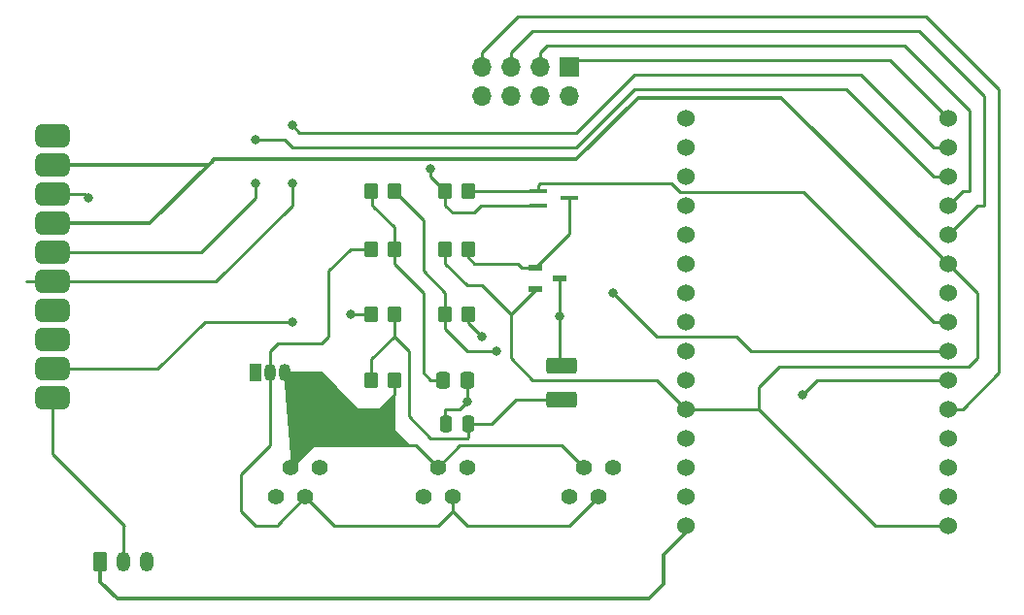
<source format=gbr>
%TF.GenerationSoftware,KiCad,Pcbnew,(6.0.4-0)*%
%TF.CreationDate,2023-05-22T14:10:50+02:00*%
%TF.ProjectId,NodeMCU-Metriful,4e6f6465-4d43-4552-9d4d-657472696675,rev?*%
%TF.SameCoordinates,Original*%
%TF.FileFunction,Copper,L1,Top*%
%TF.FilePolarity,Positive*%
%FSLAX46Y46*%
G04 Gerber Fmt 4.6, Leading zero omitted, Abs format (unit mm)*
G04 Created by KiCad (PCBNEW (6.0.4-0)) date 2023-05-22 14:10:50*
%MOMM*%
%LPD*%
G01*
G04 APERTURE LIST*
G04 Aperture macros list*
%AMRoundRect*
0 Rectangle with rounded corners*
0 $1 Rounding radius*
0 $2 $3 $4 $5 $6 $7 $8 $9 X,Y pos of 4 corners*
0 Add a 4 corners polygon primitive as box body*
4,1,4,$2,$3,$4,$5,$6,$7,$8,$9,$2,$3,0*
0 Add four circle primitives for the rounded corners*
1,1,$1+$1,$2,$3*
1,1,$1+$1,$4,$5*
1,1,$1+$1,$6,$7*
1,1,$1+$1,$8,$9*
0 Add four rect primitives between the rounded corners*
20,1,$1+$1,$2,$3,$4,$5,0*
20,1,$1+$1,$4,$5,$6,$7,0*
20,1,$1+$1,$6,$7,$8,$9,0*
20,1,$1+$1,$8,$9,$2,$3,0*%
G04 Aperture macros list end*
%TA.AperFunction,NonConductor*%
%ADD10C,0.200000*%
%TD*%
%TA.AperFunction,SMDPad,CuDef*%
%ADD11RoundRect,0.250000X-0.350000X-0.450000X0.350000X-0.450000X0.350000X0.450000X-0.350000X0.450000X0*%
%TD*%
%TA.AperFunction,ComponentPad*%
%ADD12C,1.397000*%
%TD*%
%TA.AperFunction,SMDPad,CuDef*%
%ADD13R,1.500000X0.450000*%
%TD*%
%TA.AperFunction,SMDPad,CuDef*%
%ADD14R,1.300000X0.600000*%
%TD*%
%TA.AperFunction,ComponentPad*%
%ADD15RoundRect,0.250000X-0.350000X-0.625000X0.350000X-0.625000X0.350000X0.625000X-0.350000X0.625000X0*%
%TD*%
%TA.AperFunction,ComponentPad*%
%ADD16O,1.200000X1.750000*%
%TD*%
%TA.AperFunction,SMDPad,CuDef*%
%ADD17RoundRect,0.250001X1.074999X-0.462499X1.074999X0.462499X-1.074999X0.462499X-1.074999X-0.462499X0*%
%TD*%
%TA.AperFunction,SMDPad,CuDef*%
%ADD18RoundRect,0.250000X-0.337500X-0.475000X0.337500X-0.475000X0.337500X0.475000X-0.337500X0.475000X0*%
%TD*%
%TA.AperFunction,ComponentPad*%
%ADD19C,1.524000*%
%TD*%
%TA.AperFunction,ComponentPad*%
%ADD20R,1.700000X1.700000*%
%TD*%
%TA.AperFunction,ComponentPad*%
%ADD21O,1.700000X1.700000*%
%TD*%
%TA.AperFunction,SMDPad,CuDef*%
%ADD22RoundRect,0.250000X0.350000X0.450000X-0.350000X0.450000X-0.350000X-0.450000X0.350000X-0.450000X0*%
%TD*%
%TA.AperFunction,ComponentPad*%
%ADD23R,1.050000X1.500000*%
%TD*%
%TA.AperFunction,ComponentPad*%
%ADD24O,1.050000X1.500000*%
%TD*%
%TA.AperFunction,SMDPad,CuDef*%
%ADD25RoundRect,0.250000X0.250000X0.475000X-0.250000X0.475000X-0.250000X-0.475000X0.250000X-0.475000X0*%
%TD*%
%TA.AperFunction,SMDPad,CuDef*%
%ADD26RoundRect,0.500000X-1.000000X0.500000X-1.000000X-0.500000X1.000000X-0.500000X1.000000X0.500000X0*%
%TD*%
%TA.AperFunction,ViaPad*%
%ADD27C,0.800000*%
%TD*%
%TA.AperFunction,Conductor*%
%ADD28C,0.250000*%
%TD*%
%TA.AperFunction,Conductor*%
%ADD29C,0.350000*%
%TD*%
G04 APERTURE END LIST*
D10*
G36*
X110490000Y-98425000D02*
G01*
X115570000Y-98425000D01*
X116840000Y-97155000D01*
X116840000Y-100330000D01*
X118110000Y-101600000D01*
X109855000Y-101600000D01*
X107950000Y-103505000D01*
X107315000Y-95250000D01*
X110490000Y-98425000D01*
G37*
X110490000Y-98425000D02*
X115570000Y-98425000D01*
X116840000Y-97155000D01*
X116840000Y-100330000D01*
X118110000Y-101600000D01*
X109855000Y-101600000D01*
X107950000Y-103505000D01*
X107315000Y-95250000D01*
X110490000Y-98425000D01*
G36*
X113665000Y-98425000D02*
G01*
X110490000Y-98425000D01*
X107315000Y-95250000D01*
X110490000Y-95250000D01*
X113665000Y-98425000D01*
G37*
X113665000Y-98425000D02*
X110490000Y-98425000D01*
X107315000Y-95250000D01*
X110490000Y-95250000D01*
X113665000Y-98425000D01*
D11*
%TO.P,R6,1*%
%TO.N,GND*%
X114840000Y-90170000D03*
%TO.P,R6,2*%
%TO.N,Net-(C2-Pad1)*%
X116840000Y-90170000D03*
%TD*%
%TO.P,R3,1*%
%TO.N,Net-(R3-Pad1)*%
X121285000Y-90170000D03*
%TO.P,R3,2*%
%TO.N,Net-(F1-Pad2)*%
X123285000Y-90170000D03*
%TD*%
D12*
%TO.P,CN3,1,1*%
%TO.N,GND*%
X132080000Y-106046000D03*
%TO.P,CN3,2,2*%
%TO.N,Net-(CN1-Pad2)*%
X133350000Y-103506000D03*
%TO.P,CN3,3,3*%
%TO.N,Net-(CN1-Pad3)*%
X134620000Y-106046000D03*
%TO.P,CN3,4,4*%
%TO.N,unconnected-(CN3-Pad4)*%
X135890000Y-103506000D03*
%TD*%
D13*
%TO.P,Q1,1,G*%
%TO.N,T_enable*%
X129420000Y-79360000D03*
%TO.P,Q1,2,S*%
%TO.N,GND*%
X129420000Y-80660000D03*
%TO.P,Q1,3,D*%
%TO.N,Net-(Q1-Pad3)*%
X132080000Y-80010000D03*
%TD*%
D14*
%TO.P,Q2,1,G*%
%TO.N,Net-(Q1-Pad3)*%
X129185000Y-86045000D03*
%TO.P,Q2,2,S*%
%TO.N,+3V3*%
X129185000Y-87945000D03*
%TO.P,Q2,3,D*%
%TO.N,Net-(F1-Pad2)*%
X131285000Y-86995000D03*
%TD*%
D11*
%TO.P,R1,1*%
%TO.N,GND*%
X121285000Y-79375000D03*
%TO.P,R1,2*%
%TO.N,T_enable*%
X123285000Y-79375000D03*
%TD*%
D15*
%TO.P,J4,1,Pin_1*%
%TO.N,VDD*%
X91250000Y-111760000D03*
D16*
%TO.P,J4,2,Pin_2*%
%TO.N,Net-(J4-Pad2)*%
X93250000Y-111760000D03*
%TO.P,J4,3,Pin_3*%
%TO.N,GND*%
X95250000Y-111760000D03*
%TD*%
D17*
%TO.P,F1,1*%
%TO.N,Net-(C2-Pad1)*%
X131445000Y-97590000D03*
%TO.P,F1,2*%
%TO.N,Net-(F1-Pad2)*%
X131445000Y-94615000D03*
%TD*%
D18*
%TO.P,C1,1*%
%TO.N,Net-(C1-Pad1)*%
X121115000Y-95885000D03*
%TO.P,C1,2*%
%TO.N,GND*%
X123190000Y-95885000D03*
%TD*%
D12*
%TO.P,CN1,1,1*%
%TO.N,GND*%
X106580000Y-106046000D03*
%TO.P,CN1,2,2*%
%TO.N,Net-(CN1-Pad2)*%
X107850000Y-103506000D03*
%TO.P,CN1,3,3*%
%TO.N,Net-(CN1-Pad3)*%
X109120000Y-106046000D03*
%TO.P,CN1,4,4*%
%TO.N,unconnected-(CN1-Pad4)*%
X110390000Y-103506000D03*
%TD*%
D19*
%TO.P,U1,1,A0(ADC0)*%
%TO.N,unconnected-(U1-Pad1)*%
X142240000Y-73025000D03*
%TO.P,U1,2,RSV*%
%TO.N,unconnected-(U1-Pad2)*%
X142240000Y-75565000D03*
%TO.P,U1,3,RSV*%
%TO.N,unconnected-(U1-Pad3)*%
X142240000Y-78105000D03*
%TO.P,U1,4,SD3(GPIO10)*%
%TO.N,unconnected-(U1-Pad4)*%
X142240000Y-80645000D03*
%TO.P,U1,5,SD2(GPIO9)*%
%TO.N,unconnected-(U1-Pad5)*%
X142240000Y-83185000D03*
%TO.P,U1,6,SD1(MOSI)*%
%TO.N,unconnected-(U1-Pad6)*%
X142240000Y-85725000D03*
%TO.P,U1,7,CMD(CS)*%
%TO.N,unconnected-(U1-Pad7)*%
X142240000Y-88265000D03*
%TO.P,U1,8,SDO(MISO)*%
%TO.N,unconnected-(U1-Pad8)*%
X142240000Y-90805000D03*
%TO.P,U1,9,CLK(SCLK)*%
%TO.N,unconnected-(U1-Pad9)*%
X142240000Y-93345000D03*
%TO.P,U1,10,GND*%
%TO.N,GND*%
X142240000Y-95885000D03*
%TO.P,U1,11,3.3V*%
%TO.N,+3V3*%
X142240000Y-98425000D03*
%TO.P,U1,12,EN*%
%TO.N,unconnected-(U1-Pad12)*%
X142240000Y-100965000D03*
%TO.P,U1,13,RST*%
%TO.N,unconnected-(U1-Pad13)*%
X142240000Y-103505000D03*
%TO.P,U1,14,GND*%
%TO.N,GND*%
X142240000Y-106045000D03*
%TO.P,U1,15,VIN*%
%TO.N,VDD*%
X142240000Y-108585000D03*
%TO.P,U1,16,3.3V*%
%TO.N,+3V3*%
X165100000Y-108585000D03*
%TO.P,U1,17,GND*%
%TO.N,GND*%
X165100000Y-106045000D03*
%TO.P,U1,18,TX(GPIO1)*%
%TO.N,unconnected-(U1-Pad18)*%
X165100000Y-103505000D03*
%TO.P,U1,19,RX(DPIO3)*%
%TO.N,unconnected-(U1-Pad19)*%
X165100000Y-100965000D03*
%TO.P,U1,20,D8(GPIO15)*%
%TO.N,Net-(J1-Pad7)*%
X165100000Y-98425000D03*
%TO.P,U1,21,D7(GPIO13)*%
%TO.N,Net-(R3-Pad1)*%
X165100000Y-95885000D03*
%TO.P,U1,22,D6(GPIO12)*%
%TO.N,Net-(U1-Pad22)*%
X165100000Y-93345000D03*
%TO.P,U1,23,D5(GPIO14)*%
%TO.N,T_enable*%
X165100000Y-90805000D03*
%TO.P,U1,24,GND*%
%TO.N,GND*%
X165100000Y-88265000D03*
%TO.P,U1,25,3.3V*%
%TO.N,+3V3*%
X165100000Y-85725000D03*
%TO.P,U1,26,D4(GPIO2)*%
%TO.N,Net-(J1-Pad5)*%
X165100000Y-83185000D03*
%TO.P,U1,27,D3(GPIO0)*%
%TO.N,Net-(J1-Pad3)*%
X165100000Y-80645000D03*
%TO.P,U1,28,D2(GPIO4)*%
%TO.N,Net-(U1-Pad28)*%
X165100000Y-78105000D03*
%TO.P,U1,29,D1(GPIO5)*%
%TO.N,Net-(U1-Pad29)*%
X165100000Y-75565000D03*
%TO.P,U1,30,D0(GPIO16)*%
%TO.N,Net-(J1-Pad1)*%
X165100000Y-73025000D03*
%TD*%
D20*
%TO.P,J1,1,Pin_1*%
%TO.N,Net-(J1-Pad1)*%
X132080000Y-68580000D03*
D21*
%TO.P,J1,2,Pin_2*%
%TO.N,GND*%
X132080000Y-71120000D03*
%TO.P,J1,3,Pin_3*%
%TO.N,Net-(J1-Pad3)*%
X129540000Y-68580000D03*
%TO.P,J1,4,Pin_4*%
%TO.N,GND*%
X129540000Y-71120000D03*
%TO.P,J1,5,Pin_5*%
%TO.N,Net-(J1-Pad5)*%
X127000000Y-68580000D03*
%TO.P,J1,6,Pin_6*%
%TO.N,GND*%
X127000000Y-71120000D03*
%TO.P,J1,7,Pin_7*%
%TO.N,Net-(J1-Pad7)*%
X124460000Y-68580000D03*
%TO.P,J1,8,Pin_8*%
%TO.N,GND*%
X124460000Y-71120000D03*
%TD*%
D22*
%TO.P,R5,1*%
%TO.N,Net-(C1-Pad1)*%
X116840000Y-84455000D03*
%TO.P,R5,2*%
%TO.N,Net-(CN1-Pad3)*%
X114840000Y-84455000D03*
%TD*%
D23*
%TO.P,U3,1,GND*%
%TO.N,GND*%
X104775000Y-95250000D03*
D24*
%TO.P,U3,2,DQ*%
%TO.N,Net-(CN1-Pad3)*%
X106045000Y-95250000D03*
%TO.P,U3,3,VDD*%
%TO.N,Net-(CN1-Pad2)*%
X107315000Y-95250000D03*
%TD*%
D12*
%TO.P,CN2,1,1*%
%TO.N,GND*%
X119380000Y-106045000D03*
%TO.P,CN2,2,2*%
%TO.N,Net-(CN1-Pad2)*%
X120650000Y-103505000D03*
%TO.P,CN2,3,3*%
%TO.N,Net-(CN1-Pad3)*%
X121920000Y-106045000D03*
%TO.P,CN2,4,4*%
%TO.N,unconnected-(CN2-Pad4)*%
X123190000Y-103505000D03*
%TD*%
D22*
%TO.P,R4,1*%
%TO.N,Net-(R3-Pad1)*%
X116840000Y-79375000D03*
%TO.P,R4,2*%
%TO.N,Net-(C1-Pad1)*%
X114840000Y-79375000D03*
%TD*%
D25*
%TO.P,C2,1*%
%TO.N,Net-(C2-Pad1)*%
X123286250Y-99695000D03*
%TO.P,C2,2*%
%TO.N,GND*%
X121386250Y-99695000D03*
%TD*%
D22*
%TO.P,R2,1*%
%TO.N,Net-(Q1-Pad3)*%
X123285000Y-84455000D03*
%TO.P,R2,2*%
%TO.N,+3V3*%
X121285000Y-84455000D03*
%TD*%
D11*
%TO.P,R7,1*%
%TO.N,Net-(C2-Pad1)*%
X114840000Y-95885000D03*
%TO.P,R7,2*%
%TO.N,Net-(CN1-Pad2)*%
X116840000Y-95885000D03*
%TD*%
D26*
%TO.P,U2,1,PRT*%
%TO.N,Net-(J4-Pad2)*%
X87096787Y-97455437D03*
%TO.P,U2,2,RDY*%
%TO.N,Net-(U1-Pad22)*%
X87096787Y-94915437D03*
%TO.P,U2,3,SIT*%
%TO.N,unconnected-(U2-Pad3)*%
X87096787Y-92375437D03*
%TO.P,U2,4,LIT*%
%TO.N,unconnected-(U2-Pad4)*%
X87096787Y-89835437D03*
%TO.P,U2,5,SDA*%
%TO.N,Net-(U1-Pad29)*%
X87096787Y-87295437D03*
%TO.P,U2,6,SCL*%
%TO.N,Net-(U1-Pad28)*%
X87096787Y-84755437D03*
%TO.P,U2,7,VPU*%
%TO.N,+3V3*%
X87096787Y-82215437D03*
%TO.P,U2,8,GND*%
%TO.N,GND*%
X87096787Y-79675437D03*
%TO.P,U2,9,VDD*%
%TO.N,+3V3*%
X87096787Y-77135437D03*
%TO.P,U2,10,VIN*%
%TO.N,unconnected-(U2-Pad10)*%
X87096787Y-74595437D03*
%TD*%
D27*
%TO.N,GND*%
X90170000Y-80010000D03*
X120015000Y-77470000D03*
X113030000Y-90170000D03*
X123190000Y-97790000D03*
%TO.N,Net-(F1-Pad2)*%
X124460000Y-92075000D03*
X131285000Y-90330000D03*
%TO.N,Net-(U1-Pad22)*%
X107950000Y-90805000D03*
X135890000Y-88265000D03*
%TO.N,Net-(R3-Pad1)*%
X125730000Y-93345000D03*
X152400000Y-97155000D03*
%TO.N,Net-(U1-Pad28)*%
X104775000Y-78740000D03*
X104775000Y-74930000D03*
%TO.N,Net-(U1-Pad29)*%
X107950000Y-73660000D03*
X107950000Y-78740000D03*
%TD*%
D28*
%TO.N,Net-(C1-Pad1)*%
X116840000Y-84455000D02*
X116840000Y-85725000D01*
X119380000Y-88265000D02*
X119380000Y-95250000D01*
X120015000Y-95885000D02*
X119380000Y-95250000D01*
X116840000Y-82550000D02*
X116840000Y-84455000D01*
X121115000Y-95885000D02*
X120015000Y-95885000D01*
X114840000Y-79375000D02*
X114935000Y-79375000D01*
X121122500Y-95877500D02*
X121115000Y-95885000D01*
X114935000Y-79375000D02*
X114935000Y-80645000D01*
X115030000Y-80740000D02*
X116840000Y-82550000D01*
X116840000Y-85725000D02*
X119380000Y-88265000D01*
%TO.N,GND*%
X120015000Y-78105000D02*
X121285000Y-79375000D01*
X121285000Y-79375000D02*
X121285000Y-80645000D01*
X124445000Y-80660000D02*
X129420000Y-80660000D01*
X120015000Y-77470000D02*
X120015000Y-78105000D01*
X113030000Y-90170000D02*
X114840000Y-90170000D01*
X122555000Y-98425000D02*
X121285000Y-98425000D01*
X123825000Y-81280000D02*
X124445000Y-80660000D01*
X121386250Y-99695000D02*
X121285000Y-99695000D01*
X121285000Y-98425000D02*
X121285000Y-99593750D01*
X121386250Y-99695000D02*
X121281250Y-99695000D01*
X90170000Y-80010000D02*
X89835437Y-79675437D01*
X121285000Y-80645000D02*
X121920000Y-81280000D01*
X121920000Y-81280000D02*
X123825000Y-81280000D01*
X89835437Y-79675437D02*
X87096787Y-79675437D01*
X121285000Y-99593750D02*
X121386250Y-99695000D01*
X123190000Y-97790000D02*
X122555000Y-98425000D01*
X123190000Y-95885000D02*
X123190000Y-97790000D01*
%TO.N,Net-(C2-Pad1)*%
X116840000Y-90170000D02*
X117110000Y-90170000D01*
X127435000Y-97590000D02*
X131445000Y-97590000D01*
X123186250Y-100965000D02*
X120011250Y-100965000D01*
X114840000Y-94075000D02*
X114840000Y-95885000D01*
X123286250Y-99695000D02*
X123286250Y-100865000D01*
X116840000Y-92075000D02*
X114840000Y-94075000D01*
X116840000Y-90170000D02*
X116840000Y-92075000D01*
X118110000Y-93345000D02*
X118110000Y-99060000D01*
X116840000Y-92075000D02*
X118110000Y-93345000D01*
X118110000Y-99060000D02*
X120015000Y-100965000D01*
X123286250Y-99695000D02*
X125330000Y-99695000D01*
X125330000Y-99695000D02*
X127435000Y-97590000D01*
X123286250Y-100865000D02*
X123186250Y-100965000D01*
%TO.N,Net-(CN1-Pad2)*%
X115570000Y-98425000D02*
X116840000Y-97155000D01*
X107850000Y-103506000D02*
X109756000Y-101600000D01*
X120650000Y-103506000D02*
X122556000Y-101600000D01*
X118744000Y-101599000D02*
X120650000Y-103505000D01*
X107315000Y-95250000D02*
X110490000Y-98425000D01*
X110490000Y-98425000D02*
X115570000Y-98425000D01*
X109756000Y-99159000D02*
X109756000Y-101600000D01*
X110490000Y-98425000D02*
X109756000Y-99159000D01*
X116840000Y-97155000D02*
X116840000Y-95885000D01*
X131444000Y-101600000D02*
X133350000Y-103506000D01*
X122556000Y-101600000D02*
X131444000Y-101600000D01*
X118744000Y-101600000D02*
X120650000Y-103506000D01*
X109756000Y-101600000D02*
X118744000Y-101600000D01*
%TO.N,Net-(F1-Pad2)*%
X123285000Y-90170000D02*
X123285000Y-90900000D01*
X131285000Y-90330000D02*
X131285000Y-86995000D01*
X131285000Y-94455000D02*
X131285000Y-90330000D01*
X123285000Y-90900000D02*
X124460000Y-92075000D01*
X131445000Y-94615000D02*
X131285000Y-94455000D01*
%TO.N,Net-(J1-Pad1)*%
X132080000Y-68580000D02*
X132715000Y-67945000D01*
X132715000Y-67945000D02*
X160020000Y-67945000D01*
X160020000Y-67945000D02*
X165100000Y-73025000D01*
%TO.N,Net-(J1-Pad3)*%
X130175000Y-66675000D02*
X161290000Y-66675000D01*
X129540000Y-67310000D02*
X130175000Y-66675000D01*
X167005000Y-72390000D02*
X167005000Y-79375000D01*
X161290000Y-66675000D02*
X167005000Y-72390000D01*
X166370000Y-79375000D02*
X165100000Y-80645000D01*
X167005000Y-79375000D02*
X166370000Y-79375000D01*
X129540000Y-68580000D02*
X129540000Y-67310000D01*
%TO.N,Net-(J1-Pad5)*%
X128905000Y-65405000D02*
X162560000Y-65405000D01*
X127000000Y-67310000D02*
X128905000Y-65405000D01*
X162560000Y-65405000D02*
X168275000Y-71120000D01*
X168275000Y-71120000D02*
X168275000Y-80645000D01*
X167640000Y-80645000D02*
X165100000Y-83185000D01*
X168275000Y-80645000D02*
X167640000Y-80645000D01*
X127000000Y-68580000D02*
X127000000Y-67310000D01*
%TO.N,Net-(J1-Pad7)*%
X166370000Y-98425000D02*
X165100000Y-98425000D01*
X124460000Y-68580000D02*
X124460000Y-67310000D01*
X169545000Y-70485000D02*
X169545000Y-95250000D01*
X127635000Y-64135000D02*
X163195000Y-64135000D01*
X163195000Y-64135000D02*
X169545000Y-70485000D01*
X124460000Y-67310000D02*
X127635000Y-64135000D01*
X169545000Y-95250000D02*
X166370000Y-98425000D01*
D29*
%TO.N,VDD*%
X139065000Y-114935000D02*
X140335000Y-113665000D01*
X140335000Y-111125000D02*
X142240000Y-109220000D01*
X92710000Y-114935000D02*
X139065000Y-114935000D01*
X142240000Y-109220000D02*
X142240000Y-108585000D01*
X91250000Y-113475000D02*
X92710000Y-114935000D01*
X140335000Y-113665000D02*
X140335000Y-111125000D01*
X91250000Y-111760000D02*
X91250000Y-113475000D01*
D28*
%TO.N,Net-(J4-Pad2)*%
X87096787Y-97455437D02*
X86779563Y-97455437D01*
X93345000Y-108585000D02*
X93250000Y-108680000D01*
X93250000Y-108680000D02*
X93250000Y-111760000D01*
X87096787Y-97455437D02*
X87096787Y-102336787D01*
X87096787Y-102336787D02*
X93345000Y-108585000D01*
%TO.N,T_enable*%
X123285000Y-79375000D02*
X124460000Y-79375000D01*
X123300000Y-79360000D02*
X129420000Y-79360000D01*
X141030041Y-78740000D02*
X141748530Y-79458489D01*
X129420000Y-79360000D02*
X129420000Y-78860000D01*
X129540000Y-78740000D02*
X141030041Y-78740000D01*
X123285000Y-79375000D02*
X123300000Y-79360000D01*
X152483489Y-79458489D02*
X163830000Y-90805000D01*
X141748530Y-79458489D02*
X152483489Y-79458489D01*
X129420000Y-78860000D02*
X129540000Y-78740000D01*
X163830000Y-90805000D02*
X165100000Y-90805000D01*
%TO.N,Net-(Q1-Pad3)*%
X132080000Y-83150000D02*
X129185000Y-86045000D01*
X127635000Y-85725000D02*
X127955000Y-86045000D01*
X132080000Y-80010000D02*
X132080000Y-83150000D01*
X129185000Y-86005000D02*
X129185000Y-86045000D01*
X123285000Y-84455000D02*
X123285000Y-85185000D01*
X127955000Y-86045000D02*
X129185000Y-86045000D01*
X123825000Y-85725000D02*
X127635000Y-85725000D01*
X123285000Y-85185000D02*
X123825000Y-85725000D01*
%TO.N,Net-(CN1-Pad3)*%
X106045000Y-95250000D02*
X106045000Y-100330000D01*
X120650000Y-108585000D02*
X121920000Y-107315000D01*
X111125000Y-92075000D02*
X110490000Y-92710000D01*
X110490000Y-92710000D02*
X106680000Y-92710000D01*
X121920000Y-107315000D02*
X123190000Y-108585000D01*
X113030000Y-84455000D02*
X111125000Y-86360000D01*
X132081000Y-108585000D02*
X134620000Y-106046000D01*
X121920000Y-107315000D02*
X121920000Y-106046000D01*
X106045000Y-93345000D02*
X106045000Y-95250000D01*
X106680000Y-92710000D02*
X106045000Y-93345000D01*
X106045000Y-101600000D02*
X103505000Y-104140000D01*
X103505000Y-107315000D02*
X104775000Y-108585000D01*
X106045000Y-100330000D02*
X106045000Y-101600000D01*
X111125000Y-86360000D02*
X111125000Y-92075000D01*
X104775000Y-108585000D02*
X106680000Y-108585000D01*
X123190000Y-108585000D02*
X132081000Y-108585000D01*
X111659000Y-108585000D02*
X120650000Y-108585000D01*
X109120000Y-106046000D02*
X111659000Y-108585000D01*
X106680000Y-108486000D02*
X109120000Y-106046000D01*
X114840000Y-84455000D02*
X113030000Y-84455000D01*
X106680000Y-108585000D02*
X106680000Y-108486000D01*
X103505000Y-104140000D02*
X103505000Y-107315000D01*
D29*
%TO.N,+3V3*%
X87096787Y-77135437D02*
X100650487Y-77135437D01*
D28*
X128905000Y-95885000D02*
X139700000Y-95885000D01*
X87096787Y-77135437D02*
X86694563Y-77135437D01*
D29*
X101160942Y-76624982D02*
X132715000Y-76624982D01*
D28*
X129185000Y-87985000D02*
X127000000Y-90170000D01*
X166921511Y-94698489D02*
X150411511Y-94698489D01*
X124460000Y-87630000D02*
X127000000Y-90170000D01*
D29*
X101160942Y-76624982D02*
X100950924Y-76835000D01*
D28*
X121285000Y-84455000D02*
X121285000Y-85725000D01*
X127000000Y-93980000D02*
X128905000Y-95885000D01*
X148590000Y-96520000D02*
X148590000Y-98425000D01*
D29*
X150609520Y-71234520D02*
X165100000Y-85725000D01*
D28*
X167640000Y-88265000D02*
X167640000Y-93980000D01*
X100650487Y-77135437D02*
X100957962Y-76827962D01*
X165100000Y-85725000D02*
X167640000Y-88265000D01*
X127000000Y-90170000D02*
X127000000Y-93980000D01*
X123190000Y-87630000D02*
X124460000Y-87630000D01*
X129185000Y-87945000D02*
X129185000Y-87985000D01*
X150411511Y-94698489D02*
X148590000Y-96520000D01*
D29*
X138105462Y-71234520D02*
X150609520Y-71234520D01*
D28*
X100957962Y-76827962D02*
X101160942Y-76624982D01*
D29*
X87096787Y-82215437D02*
X95570487Y-82215437D01*
D28*
X158750000Y-108585000D02*
X165100000Y-108585000D01*
X139700000Y-95885000D02*
X142240000Y-98425000D01*
D29*
X132715000Y-76624982D02*
X138105462Y-71234520D01*
D28*
X121285000Y-85725000D02*
X123190000Y-87630000D01*
X148590000Y-98425000D02*
X158750000Y-108585000D01*
X142240000Y-98425000D02*
X148590000Y-98425000D01*
D29*
X95570487Y-82215437D02*
X100957962Y-76827962D01*
D28*
X167640000Y-93980000D02*
X166921511Y-94698489D01*
%TO.N,Net-(U1-Pad22)*%
X139700000Y-92075000D02*
X135890000Y-88265000D01*
X96219563Y-94915437D02*
X100330000Y-90805000D01*
X100330000Y-90805000D02*
X107950000Y-90805000D01*
X87096787Y-94915437D02*
X96219563Y-94915437D01*
X146685000Y-92075000D02*
X139700000Y-92075000D01*
X165100000Y-93345000D02*
X147955000Y-93345000D01*
X147955000Y-93345000D02*
X146685000Y-92075000D01*
%TO.N,Net-(R3-Pad1)*%
X153670000Y-95885000D02*
X165100000Y-95885000D01*
X121285000Y-90170000D02*
X121285000Y-91440000D01*
X119380000Y-86360000D02*
X121285000Y-88265000D01*
X119380000Y-81915000D02*
X119380000Y-86360000D01*
X152400000Y-97155000D02*
X153670000Y-95885000D01*
X121285000Y-88265000D02*
X121285000Y-90170000D01*
X121285000Y-91440000D02*
X123190000Y-93345000D01*
X116840000Y-79375000D02*
X119380000Y-81915000D01*
X123190000Y-93345000D02*
X125730000Y-93345000D01*
%TO.N,Net-(U1-Pad28)*%
X107315000Y-74930000D02*
X104775000Y-74930000D01*
X156210000Y-70485000D02*
X137795000Y-70485000D01*
X104775000Y-80010000D02*
X104775000Y-78740000D01*
X107950000Y-75565000D02*
X107315000Y-74930000D01*
X115570000Y-75565000D02*
X107950000Y-75565000D01*
X132715000Y-75565000D02*
X115570000Y-75565000D01*
X165100000Y-78105000D02*
X163830000Y-78105000D01*
X87096787Y-84755437D02*
X100029563Y-84755437D01*
X100029563Y-84755437D02*
X104775000Y-80010000D01*
X163830000Y-78105000D02*
X156210000Y-70485000D01*
X86546476Y-84755437D02*
X87096787Y-84755437D01*
X137795000Y-70485000D02*
X132715000Y-75565000D01*
%TO.N,Net-(U1-Pad29)*%
X157480000Y-69215000D02*
X137795000Y-69215000D01*
X107950000Y-80645000D02*
X107950000Y-78740000D01*
X163830000Y-75565000D02*
X157480000Y-69215000D01*
X108585000Y-74295000D02*
X107950000Y-73660000D01*
X137795000Y-69215000D02*
X132715000Y-74295000D01*
X87096787Y-87295437D02*
X101299563Y-87295437D01*
X101299563Y-87295437D02*
X107950000Y-80645000D01*
X132715000Y-74295000D02*
X108585000Y-74295000D01*
X165100000Y-75565000D02*
X163830000Y-75565000D01*
X84755437Y-87295437D02*
X87096787Y-87295437D01*
%TD*%
M02*

</source>
